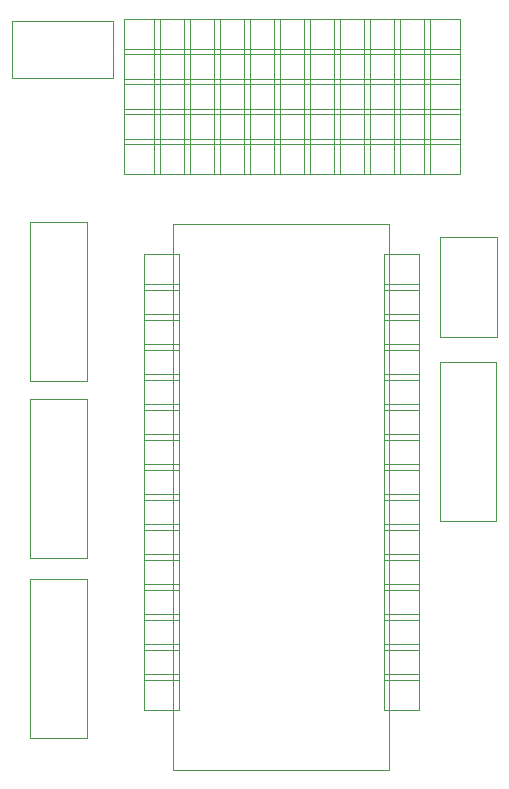
<source format=gbr>
G04 #@! TF.GenerationSoftware,KiCad,Pcbnew,(5.1.4)-1*
G04 #@! TF.CreationDate,2020-02-11T18:35:20-06:00*
G04 #@! TF.ProjectId,SensorBoard,53656e73-6f72-4426-9f61-72642e6b6963,rev?*
G04 #@! TF.SameCoordinates,Original*
G04 #@! TF.FileFunction,Other,User*
%FSLAX46Y46*%
G04 Gerber Fmt 4.6, Leading zero omitted, Abs format (unit mm)*
G04 Created by KiCad (PCBNEW (5.1.4)-1) date 2020-02-11 18:35:20*
%MOMM*%
%LPD*%
G04 APERTURE LIST*
%ADD10C,0.050000*%
G04 APERTURE END LIST*
D10*
X136858000Y-64838000D02*
X136858000Y-60038000D01*
X136858000Y-60038000D02*
X128358000Y-60038000D01*
X128358000Y-60038000D02*
X128358000Y-64838000D01*
X128358000Y-64838000D02*
X136858000Y-64838000D01*
X160260000Y-123440000D02*
X141980000Y-123440000D01*
X160260000Y-123440000D02*
X160260000Y-77220000D01*
X141980000Y-77220000D02*
X141980000Y-123440000D01*
X141980000Y-77220000D02*
X160260000Y-77220000D01*
X166219000Y-73001000D02*
X163219000Y-73001000D01*
X166219000Y-73001000D02*
X166219000Y-70001000D01*
X163219000Y-70001000D02*
X163219000Y-73001000D01*
X163219000Y-70001000D02*
X166219000Y-70001000D01*
X163219000Y-67461000D02*
X166219000Y-67461000D01*
X163219000Y-67461000D02*
X163219000Y-70461000D01*
X166219000Y-70461000D02*
X166219000Y-67461000D01*
X166219000Y-70461000D02*
X163219000Y-70461000D01*
X166219000Y-67921000D02*
X163219000Y-67921000D01*
X166219000Y-67921000D02*
X166219000Y-64921000D01*
X163219000Y-64921000D02*
X163219000Y-67921000D01*
X163219000Y-64921000D02*
X166219000Y-64921000D01*
X163219000Y-62381000D02*
X166219000Y-62381000D01*
X163219000Y-62381000D02*
X163219000Y-65381000D01*
X166219000Y-65381000D02*
X166219000Y-62381000D01*
X166219000Y-65381000D02*
X163219000Y-65381000D01*
X166219000Y-62841000D02*
X163219000Y-62841000D01*
X166219000Y-62841000D02*
X166219000Y-59841000D01*
X163219000Y-59841000D02*
X163219000Y-62841000D01*
X163219000Y-59841000D02*
X166219000Y-59841000D01*
X160679000Y-59841000D02*
X163679000Y-59841000D01*
X160679000Y-59841000D02*
X160679000Y-62841000D01*
X163679000Y-62841000D02*
X163679000Y-59841000D01*
X163679000Y-62841000D02*
X160679000Y-62841000D01*
X163679000Y-65381000D02*
X160679000Y-65381000D01*
X163679000Y-65381000D02*
X163679000Y-62381000D01*
X160679000Y-62381000D02*
X160679000Y-65381000D01*
X160679000Y-62381000D02*
X163679000Y-62381000D01*
X160679000Y-64921000D02*
X163679000Y-64921000D01*
X160679000Y-64921000D02*
X160679000Y-67921000D01*
X163679000Y-67921000D02*
X163679000Y-64921000D01*
X163679000Y-67921000D02*
X160679000Y-67921000D01*
X163679000Y-70461000D02*
X160679000Y-70461000D01*
X163679000Y-70461000D02*
X163679000Y-67461000D01*
X160679000Y-67461000D02*
X160679000Y-70461000D01*
X160679000Y-67461000D02*
X163679000Y-67461000D01*
X160679000Y-70001000D02*
X163679000Y-70001000D01*
X160679000Y-70001000D02*
X160679000Y-73001000D01*
X163679000Y-73001000D02*
X163679000Y-70001000D01*
X163679000Y-73001000D02*
X160679000Y-73001000D01*
X161139000Y-73001000D02*
X158139000Y-73001000D01*
X161139000Y-73001000D02*
X161139000Y-70001000D01*
X158139000Y-70001000D02*
X158139000Y-73001000D01*
X158139000Y-70001000D02*
X161139000Y-70001000D01*
X158139000Y-67461000D02*
X161139000Y-67461000D01*
X158139000Y-67461000D02*
X158139000Y-70461000D01*
X161139000Y-70461000D02*
X161139000Y-67461000D01*
X161139000Y-70461000D02*
X158139000Y-70461000D01*
X161139000Y-67921000D02*
X158139000Y-67921000D01*
X161139000Y-67921000D02*
X161139000Y-64921000D01*
X158139000Y-64921000D02*
X158139000Y-67921000D01*
X158139000Y-64921000D02*
X161139000Y-64921000D01*
X158139000Y-62381000D02*
X161139000Y-62381000D01*
X158139000Y-62381000D02*
X158139000Y-65381000D01*
X161139000Y-65381000D02*
X161139000Y-62381000D01*
X161139000Y-65381000D02*
X158139000Y-65381000D01*
X161139000Y-62841000D02*
X158139000Y-62841000D01*
X161139000Y-62841000D02*
X161139000Y-59841000D01*
X158139000Y-59841000D02*
X158139000Y-62841000D01*
X158139000Y-59841000D02*
X161139000Y-59841000D01*
X155599000Y-59841000D02*
X158599000Y-59841000D01*
X155599000Y-59841000D02*
X155599000Y-62841000D01*
X158599000Y-62841000D02*
X158599000Y-59841000D01*
X158599000Y-62841000D02*
X155599000Y-62841000D01*
X158599000Y-65381000D02*
X155599000Y-65381000D01*
X158599000Y-65381000D02*
X158599000Y-62381000D01*
X155599000Y-62381000D02*
X155599000Y-65381000D01*
X155599000Y-62381000D02*
X158599000Y-62381000D01*
X155599000Y-64921000D02*
X158599000Y-64921000D01*
X155599000Y-64921000D02*
X155599000Y-67921000D01*
X158599000Y-67921000D02*
X158599000Y-64921000D01*
X158599000Y-67921000D02*
X155599000Y-67921000D01*
X158599000Y-70461000D02*
X155599000Y-70461000D01*
X158599000Y-70461000D02*
X158599000Y-67461000D01*
X155599000Y-67461000D02*
X155599000Y-70461000D01*
X155599000Y-67461000D02*
X158599000Y-67461000D01*
X155599000Y-70001000D02*
X158599000Y-70001000D01*
X155599000Y-70001000D02*
X155599000Y-73001000D01*
X158599000Y-73001000D02*
X158599000Y-70001000D01*
X158599000Y-73001000D02*
X155599000Y-73001000D01*
X156059000Y-73001000D02*
X153059000Y-73001000D01*
X156059000Y-73001000D02*
X156059000Y-70001000D01*
X153059000Y-70001000D02*
X153059000Y-73001000D01*
X153059000Y-70001000D02*
X156059000Y-70001000D01*
X153059000Y-67461000D02*
X156059000Y-67461000D01*
X153059000Y-67461000D02*
X153059000Y-70461000D01*
X156059000Y-70461000D02*
X156059000Y-67461000D01*
X156059000Y-70461000D02*
X153059000Y-70461000D01*
X156059000Y-67921000D02*
X153059000Y-67921000D01*
X156059000Y-67921000D02*
X156059000Y-64921000D01*
X153059000Y-64921000D02*
X153059000Y-67921000D01*
X153059000Y-64921000D02*
X156059000Y-64921000D01*
X153059000Y-62381000D02*
X156059000Y-62381000D01*
X153059000Y-62381000D02*
X153059000Y-65381000D01*
X156059000Y-65381000D02*
X156059000Y-62381000D01*
X156059000Y-65381000D02*
X153059000Y-65381000D01*
X156059000Y-62841000D02*
X153059000Y-62841000D01*
X156059000Y-62841000D02*
X156059000Y-59841000D01*
X153059000Y-59841000D02*
X153059000Y-62841000D01*
X153059000Y-59841000D02*
X156059000Y-59841000D01*
X150519000Y-59841000D02*
X153519000Y-59841000D01*
X150519000Y-59841000D02*
X150519000Y-62841000D01*
X153519000Y-62841000D02*
X153519000Y-59841000D01*
X153519000Y-62841000D02*
X150519000Y-62841000D01*
X153519000Y-65381000D02*
X150519000Y-65381000D01*
X153519000Y-65381000D02*
X153519000Y-62381000D01*
X150519000Y-62381000D02*
X150519000Y-65381000D01*
X150519000Y-62381000D02*
X153519000Y-62381000D01*
X150519000Y-64921000D02*
X153519000Y-64921000D01*
X150519000Y-64921000D02*
X150519000Y-67921000D01*
X153519000Y-67921000D02*
X153519000Y-64921000D01*
X153519000Y-67921000D02*
X150519000Y-67921000D01*
X153519000Y-70461000D02*
X150519000Y-70461000D01*
X153519000Y-70461000D02*
X153519000Y-67461000D01*
X150519000Y-67461000D02*
X150519000Y-70461000D01*
X150519000Y-67461000D02*
X153519000Y-67461000D01*
X150519000Y-70001000D02*
X153519000Y-70001000D01*
X150519000Y-70001000D02*
X150519000Y-73001000D01*
X153519000Y-73001000D02*
X153519000Y-70001000D01*
X153519000Y-73001000D02*
X150519000Y-73001000D01*
X150979000Y-73001000D02*
X147979000Y-73001000D01*
X150979000Y-73001000D02*
X150979000Y-70001000D01*
X147979000Y-70001000D02*
X147979000Y-73001000D01*
X147979000Y-70001000D02*
X150979000Y-70001000D01*
X147979000Y-67461000D02*
X150979000Y-67461000D01*
X147979000Y-67461000D02*
X147979000Y-70461000D01*
X150979000Y-70461000D02*
X150979000Y-67461000D01*
X150979000Y-70461000D02*
X147979000Y-70461000D01*
X150979000Y-67921000D02*
X147979000Y-67921000D01*
X150979000Y-67921000D02*
X150979000Y-64921000D01*
X147979000Y-64921000D02*
X147979000Y-67921000D01*
X147979000Y-64921000D02*
X150979000Y-64921000D01*
X147979000Y-62381000D02*
X150979000Y-62381000D01*
X147979000Y-62381000D02*
X147979000Y-65381000D01*
X150979000Y-65381000D02*
X150979000Y-62381000D01*
X150979000Y-65381000D02*
X147979000Y-65381000D01*
X150979000Y-62841000D02*
X147979000Y-62841000D01*
X150979000Y-62841000D02*
X150979000Y-59841000D01*
X147979000Y-59841000D02*
X147979000Y-62841000D01*
X147979000Y-59841000D02*
X150979000Y-59841000D01*
X145439000Y-59841000D02*
X148439000Y-59841000D01*
X145439000Y-59841000D02*
X145439000Y-62841000D01*
X148439000Y-62841000D02*
X148439000Y-59841000D01*
X148439000Y-62841000D02*
X145439000Y-62841000D01*
X148439000Y-65381000D02*
X145439000Y-65381000D01*
X148439000Y-65381000D02*
X148439000Y-62381000D01*
X145439000Y-62381000D02*
X145439000Y-65381000D01*
X145439000Y-62381000D02*
X148439000Y-62381000D01*
X145439000Y-64921000D02*
X148439000Y-64921000D01*
X145439000Y-64921000D02*
X145439000Y-67921000D01*
X148439000Y-67921000D02*
X148439000Y-64921000D01*
X148439000Y-67921000D02*
X145439000Y-67921000D01*
X148439000Y-70461000D02*
X145439000Y-70461000D01*
X148439000Y-70461000D02*
X148439000Y-67461000D01*
X145439000Y-67461000D02*
X145439000Y-70461000D01*
X145439000Y-67461000D02*
X148439000Y-67461000D01*
X145439000Y-70001000D02*
X148439000Y-70001000D01*
X145439000Y-70001000D02*
X145439000Y-73001000D01*
X148439000Y-73001000D02*
X148439000Y-70001000D01*
X148439000Y-73001000D02*
X145439000Y-73001000D01*
X145899000Y-73001000D02*
X142899000Y-73001000D01*
X145899000Y-73001000D02*
X145899000Y-70001000D01*
X142899000Y-70001000D02*
X142899000Y-73001000D01*
X142899000Y-70001000D02*
X145899000Y-70001000D01*
X142899000Y-67461000D02*
X145899000Y-67461000D01*
X142899000Y-67461000D02*
X142899000Y-70461000D01*
X145899000Y-70461000D02*
X145899000Y-67461000D01*
X145899000Y-70461000D02*
X142899000Y-70461000D01*
X145899000Y-67921000D02*
X142899000Y-67921000D01*
X145899000Y-67921000D02*
X145899000Y-64921000D01*
X142899000Y-64921000D02*
X142899000Y-67921000D01*
X142899000Y-64921000D02*
X145899000Y-64921000D01*
X142899000Y-62381000D02*
X145899000Y-62381000D01*
X142899000Y-62381000D02*
X142899000Y-65381000D01*
X145899000Y-65381000D02*
X145899000Y-62381000D01*
X145899000Y-65381000D02*
X142899000Y-65381000D01*
X145899000Y-62841000D02*
X142899000Y-62841000D01*
X145899000Y-62841000D02*
X145899000Y-59841000D01*
X142899000Y-59841000D02*
X142899000Y-62841000D01*
X142899000Y-59841000D02*
X145899000Y-59841000D01*
X140359000Y-59841000D02*
X143359000Y-59841000D01*
X140359000Y-59841000D02*
X140359000Y-62841000D01*
X143359000Y-62841000D02*
X143359000Y-59841000D01*
X143359000Y-62841000D02*
X140359000Y-62841000D01*
X143359000Y-65381000D02*
X140359000Y-65381000D01*
X143359000Y-65381000D02*
X143359000Y-62381000D01*
X140359000Y-62381000D02*
X140359000Y-65381000D01*
X140359000Y-62381000D02*
X143359000Y-62381000D01*
X140359000Y-64921000D02*
X143359000Y-64921000D01*
X140359000Y-64921000D02*
X140359000Y-67921000D01*
X143359000Y-67921000D02*
X143359000Y-64921000D01*
X143359000Y-67921000D02*
X140359000Y-67921000D01*
X143359000Y-70461000D02*
X140359000Y-70461000D01*
X143359000Y-70461000D02*
X143359000Y-67461000D01*
X140359000Y-67461000D02*
X140359000Y-70461000D01*
X140359000Y-67461000D02*
X143359000Y-67461000D01*
X140359000Y-70001000D02*
X143359000Y-70001000D01*
X140359000Y-70001000D02*
X140359000Y-73001000D01*
X143359000Y-73001000D02*
X143359000Y-70001000D01*
X143359000Y-73001000D02*
X140359000Y-73001000D01*
X140819000Y-73001000D02*
X137819000Y-73001000D01*
X140819000Y-73001000D02*
X140819000Y-70001000D01*
X137819000Y-70001000D02*
X137819000Y-73001000D01*
X137819000Y-70001000D02*
X140819000Y-70001000D01*
X137819000Y-67461000D02*
X140819000Y-67461000D01*
X137819000Y-67461000D02*
X137819000Y-70461000D01*
X140819000Y-70461000D02*
X140819000Y-67461000D01*
X140819000Y-70461000D02*
X137819000Y-70461000D01*
X140819000Y-67921000D02*
X137819000Y-67921000D01*
X140819000Y-67921000D02*
X140819000Y-64921000D01*
X137819000Y-64921000D02*
X137819000Y-67921000D01*
X137819000Y-64921000D02*
X140819000Y-64921000D01*
X137819000Y-62381000D02*
X140819000Y-62381000D01*
X137819000Y-62381000D02*
X137819000Y-65381000D01*
X140819000Y-65381000D02*
X140819000Y-62381000D01*
X140819000Y-65381000D02*
X137819000Y-65381000D01*
X140819000Y-62841000D02*
X137819000Y-62841000D01*
X140819000Y-62841000D02*
X140819000Y-59841000D01*
X137819000Y-59841000D02*
X137819000Y-62841000D01*
X137819000Y-59841000D02*
X140819000Y-59841000D01*
X159790000Y-115340000D02*
X162790000Y-115340000D01*
X159790000Y-115340000D02*
X159790000Y-118340000D01*
X162790000Y-118340000D02*
X162790000Y-115340000D01*
X162790000Y-118340000D02*
X159790000Y-118340000D01*
X162790000Y-115800000D02*
X159790000Y-115800000D01*
X162790000Y-115800000D02*
X162790000Y-112800000D01*
X159790000Y-112800000D02*
X159790000Y-115800000D01*
X159790000Y-112800000D02*
X162790000Y-112800000D01*
X159790000Y-110260000D02*
X162790000Y-110260000D01*
X159790000Y-110260000D02*
X159790000Y-113260000D01*
X162790000Y-113260000D02*
X162790000Y-110260000D01*
X162790000Y-113260000D02*
X159790000Y-113260000D01*
X162790000Y-110720000D02*
X159790000Y-110720000D01*
X162790000Y-110720000D02*
X162790000Y-107720000D01*
X159790000Y-107720000D02*
X159790000Y-110720000D01*
X159790000Y-107720000D02*
X162790000Y-107720000D01*
X159790000Y-105180000D02*
X162790000Y-105180000D01*
X159790000Y-105180000D02*
X159790000Y-108180000D01*
X162790000Y-108180000D02*
X162790000Y-105180000D01*
X162790000Y-108180000D02*
X159790000Y-108180000D01*
X162790000Y-105640000D02*
X159790000Y-105640000D01*
X162790000Y-105640000D02*
X162790000Y-102640000D01*
X159790000Y-102640000D02*
X159790000Y-105640000D01*
X159790000Y-102640000D02*
X162790000Y-102640000D01*
X159790000Y-100100000D02*
X162790000Y-100100000D01*
X159790000Y-100100000D02*
X159790000Y-103100000D01*
X162790000Y-103100000D02*
X162790000Y-100100000D01*
X162790000Y-103100000D02*
X159790000Y-103100000D01*
X162790000Y-100560000D02*
X159790000Y-100560000D01*
X162790000Y-100560000D02*
X162790000Y-97560000D01*
X159790000Y-97560000D02*
X159790000Y-100560000D01*
X159790000Y-97560000D02*
X162790000Y-97560000D01*
X159790000Y-95020000D02*
X162790000Y-95020000D01*
X159790000Y-95020000D02*
X159790000Y-98020000D01*
X162790000Y-98020000D02*
X162790000Y-95020000D01*
X162790000Y-98020000D02*
X159790000Y-98020000D01*
X162790000Y-95480000D02*
X159790000Y-95480000D01*
X162790000Y-95480000D02*
X162790000Y-92480000D01*
X159790000Y-92480000D02*
X159790000Y-95480000D01*
X159790000Y-92480000D02*
X162790000Y-92480000D01*
X159790000Y-89940000D02*
X162790000Y-89940000D01*
X159790000Y-89940000D02*
X159790000Y-92940000D01*
X162790000Y-92940000D02*
X162790000Y-89940000D01*
X162790000Y-92940000D02*
X159790000Y-92940000D01*
X162790000Y-90400000D02*
X159790000Y-90400000D01*
X162790000Y-90400000D02*
X162790000Y-87400000D01*
X159790000Y-87400000D02*
X159790000Y-90400000D01*
X159790000Y-87400000D02*
X162790000Y-87400000D01*
X159790000Y-84860000D02*
X162790000Y-84860000D01*
X159790000Y-84860000D02*
X159790000Y-87860000D01*
X162790000Y-87860000D02*
X162790000Y-84860000D01*
X162790000Y-87860000D02*
X159790000Y-87860000D01*
X162790000Y-85320000D02*
X159790000Y-85320000D01*
X162790000Y-85320000D02*
X162790000Y-82320000D01*
X159790000Y-82320000D02*
X159790000Y-85320000D01*
X159790000Y-82320000D02*
X162790000Y-82320000D01*
X159790000Y-79780000D02*
X162790000Y-79780000D01*
X159790000Y-79780000D02*
X159790000Y-82780000D01*
X162790000Y-82780000D02*
X162790000Y-79780000D01*
X162790000Y-82780000D02*
X159790000Y-82780000D01*
X142470000Y-82780000D02*
X139470000Y-82780000D01*
X142470000Y-82780000D02*
X142470000Y-79780000D01*
X139470000Y-79780000D02*
X139470000Y-82780000D01*
X139470000Y-79780000D02*
X142470000Y-79780000D01*
X139470000Y-82320000D02*
X142470000Y-82320000D01*
X139470000Y-82320000D02*
X139470000Y-85320000D01*
X142470000Y-85320000D02*
X142470000Y-82320000D01*
X142470000Y-85320000D02*
X139470000Y-85320000D01*
X142470000Y-87860000D02*
X139470000Y-87860000D01*
X142470000Y-87860000D02*
X142470000Y-84860000D01*
X139470000Y-84860000D02*
X139470000Y-87860000D01*
X139470000Y-84860000D02*
X142470000Y-84860000D01*
X139470000Y-87400000D02*
X142470000Y-87400000D01*
X139470000Y-87400000D02*
X139470000Y-90400000D01*
X142470000Y-90400000D02*
X142470000Y-87400000D01*
X142470000Y-90400000D02*
X139470000Y-90400000D01*
X142470000Y-92940000D02*
X139470000Y-92940000D01*
X142470000Y-92940000D02*
X142470000Y-89940000D01*
X139470000Y-89940000D02*
X139470000Y-92940000D01*
X139470000Y-89940000D02*
X142470000Y-89940000D01*
X139470000Y-92480000D02*
X142470000Y-92480000D01*
X139470000Y-92480000D02*
X139470000Y-95480000D01*
X142470000Y-95480000D02*
X142470000Y-92480000D01*
X142470000Y-95480000D02*
X139470000Y-95480000D01*
X142470000Y-98020000D02*
X139470000Y-98020000D01*
X142470000Y-98020000D02*
X142470000Y-95020000D01*
X139470000Y-95020000D02*
X139470000Y-98020000D01*
X139470000Y-95020000D02*
X142470000Y-95020000D01*
X139470000Y-97560000D02*
X142470000Y-97560000D01*
X139470000Y-97560000D02*
X139470000Y-100560000D01*
X142470000Y-100560000D02*
X142470000Y-97560000D01*
X142470000Y-100560000D02*
X139470000Y-100560000D01*
X142470000Y-103100000D02*
X139470000Y-103100000D01*
X142470000Y-103100000D02*
X142470000Y-100100000D01*
X139470000Y-100100000D02*
X139470000Y-103100000D01*
X139470000Y-100100000D02*
X142470000Y-100100000D01*
X139470000Y-102640000D02*
X142470000Y-102640000D01*
X139470000Y-102640000D02*
X139470000Y-105640000D01*
X142470000Y-105640000D02*
X142470000Y-102640000D01*
X142470000Y-105640000D02*
X139470000Y-105640000D01*
X142470000Y-108180000D02*
X139470000Y-108180000D01*
X142470000Y-108180000D02*
X142470000Y-105180000D01*
X139470000Y-105180000D02*
X139470000Y-108180000D01*
X139470000Y-105180000D02*
X142470000Y-105180000D01*
X139470000Y-107720000D02*
X142470000Y-107720000D01*
X139470000Y-107720000D02*
X139470000Y-110720000D01*
X142470000Y-110720000D02*
X142470000Y-107720000D01*
X142470000Y-110720000D02*
X139470000Y-110720000D01*
X142470000Y-113260000D02*
X139470000Y-113260000D01*
X142470000Y-113260000D02*
X142470000Y-110260000D01*
X139470000Y-110260000D02*
X139470000Y-113260000D01*
X139470000Y-110260000D02*
X142470000Y-110260000D01*
X139470000Y-112800000D02*
X142470000Y-112800000D01*
X139470000Y-112800000D02*
X139470000Y-115800000D01*
X142470000Y-115800000D02*
X142470000Y-112800000D01*
X142470000Y-115800000D02*
X139470000Y-115800000D01*
X142470000Y-118340000D02*
X139470000Y-118340000D01*
X142470000Y-118340000D02*
X142470000Y-115340000D01*
X139470000Y-115340000D02*
X139470000Y-118340000D01*
X139470000Y-115340000D02*
X142470000Y-115340000D01*
X134688000Y-120736000D02*
X134688000Y-107236000D01*
X129888000Y-120736000D02*
X134688000Y-120736000D01*
X129888000Y-107236000D02*
X129888000Y-120736000D01*
X134688000Y-107236000D02*
X129888000Y-107236000D01*
X134688000Y-105496000D02*
X134688000Y-91996000D01*
X129888000Y-105496000D02*
X134688000Y-105496000D01*
X129888000Y-91996000D02*
X129888000Y-105496000D01*
X134688000Y-91996000D02*
X129888000Y-91996000D01*
X134688000Y-90510000D02*
X134688000Y-77010000D01*
X129888000Y-90510000D02*
X134688000Y-90510000D01*
X129888000Y-77010000D02*
X129888000Y-90510000D01*
X134688000Y-77010000D02*
X129888000Y-77010000D01*
X169359000Y-86780000D02*
X169359000Y-78280000D01*
X164559000Y-86780000D02*
X169359000Y-86780000D01*
X164559000Y-78280000D02*
X164559000Y-86780000D01*
X169359000Y-78280000D02*
X164559000Y-78280000D01*
X164524000Y-88864800D02*
X164524000Y-102364800D01*
X169324000Y-88864800D02*
X164524000Y-88864800D01*
X169324000Y-102364800D02*
X169324000Y-88864800D01*
X164524000Y-102364800D02*
X169324000Y-102364800D01*
M02*

</source>
